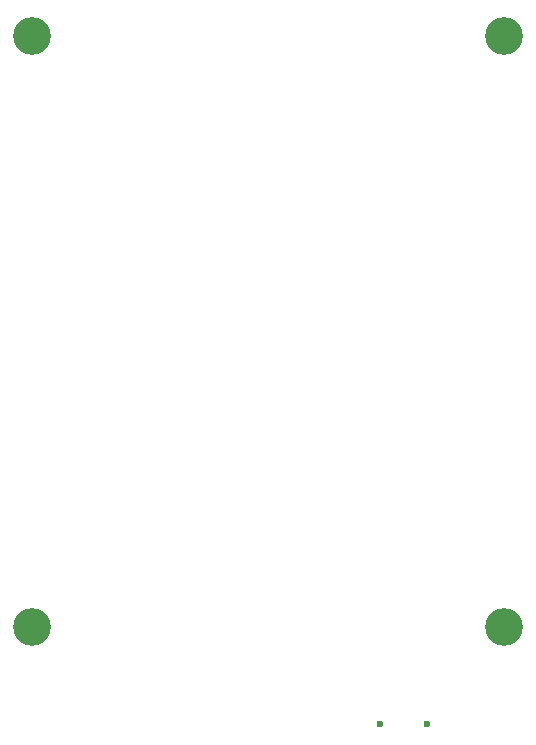
<source format=gbr>
%TF.GenerationSoftware,KiCad,Pcbnew,5.0.2+dfsg1-1*%
%TF.CreationDate,2020-10-17T15:43:33+03:00*%
%TF.ProjectId,LocalTrack,4c6f6361-6c54-4726-9163-6b2e6b696361,1.3*%
%TF.SameCoordinates,PX7270e00PY47868c0*%
%TF.FileFunction,NonPlated,1,2,NPTH,Drill*%
%TF.FilePolarity,Positive*%
%FSLAX46Y46*%
G04 Gerber Fmt 4.6, Leading zero omitted, Abs format (unit mm)*
G04 Created by KiCad (PCBNEW 5.0.2+dfsg1-1) date Sat 17 Oct 2020 03:43:33 PM MSK*
%MOMM*%
%LPD*%
G01*
G04 APERTURE LIST*
%TA.AperFunction,ComponentDrill*%
%ADD10C,0.600000*%
%TD*%
%TA.AperFunction,ComponentDrill*%
%ADD11C,3.200000*%
%TD*%
G04 APERTURE END LIST*
D10*
%TO.C,J1*%
X34500000Y-70700000D03*
X38500000Y-70700000D03*
D11*
%TO.C,REF\002A\002A*%
X45000000Y-12500000D03*
X45000000Y-62500000D03*
X5000000Y-62500000D03*
X5000000Y-12500000D03*
M02*

</source>
